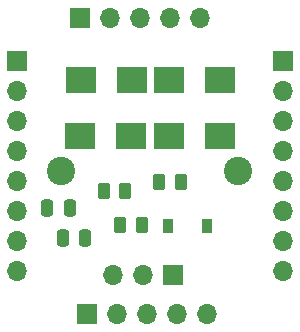
<source format=gts>
G04 #@! TF.GenerationSoftware,KiCad,Pcbnew,(6.0.11)*
G04 #@! TF.CreationDate,2023-12-04T17:04:48+01:00*
G04 #@! TF.ProjectId,PCB_Dongle_Linky,5043425f-446f-46e6-976c-655f4c696e6b,rev?*
G04 #@! TF.SameCoordinates,Original*
G04 #@! TF.FileFunction,Soldermask,Top*
G04 #@! TF.FilePolarity,Negative*
%FSLAX46Y46*%
G04 Gerber Fmt 4.6, Leading zero omitted, Abs format (unit mm)*
G04 Created by KiCad (PCBNEW (6.0.11)) date 2023-12-04 17:04:48*
%MOMM*%
%LPD*%
G01*
G04 APERTURE LIST*
G04 Aperture macros list*
%AMRoundRect*
0 Rectangle with rounded corners*
0 $1 Rounding radius*
0 $2 $3 $4 $5 $6 $7 $8 $9 X,Y pos of 4 corners*
0 Add a 4 corners polygon primitive as box body*
4,1,4,$2,$3,$4,$5,$6,$7,$8,$9,$2,$3,0*
0 Add four circle primitives for the rounded corners*
1,1,$1+$1,$2,$3*
1,1,$1+$1,$4,$5*
1,1,$1+$1,$6,$7*
1,1,$1+$1,$8,$9*
0 Add four rect primitives between the rounded corners*
20,1,$1+$1,$2,$3,$4,$5,0*
20,1,$1+$1,$4,$5,$6,$7,0*
20,1,$1+$1,$6,$7,$8,$9,0*
20,1,$1+$1,$8,$9,$2,$3,0*%
G04 Aperture macros list end*
%ADD10R,1.700000X1.700000*%
%ADD11O,1.700000X1.700000*%
%ADD12RoundRect,0.250000X0.262500X0.450000X-0.262500X0.450000X-0.262500X-0.450000X0.262500X-0.450000X0*%
%ADD13RoundRect,0.250000X0.250000X0.475000X-0.250000X0.475000X-0.250000X-0.475000X0.250000X-0.475000X0*%
%ADD14R,2.500000X2.300000*%
%ADD15RoundRect,0.250000X-0.250000X-0.475000X0.250000X-0.475000X0.250000X0.475000X-0.250000X0.475000X0*%
%ADD16C,2.400000*%
%ADD17R,0.900000X1.200000*%
G04 APERTURE END LIST*
D10*
G04 #@! TO.C,J0*
X25275000Y-104400000D03*
D11*
X27815000Y-104400000D03*
X30355000Y-104400000D03*
X32895000Y-104400000D03*
X35435000Y-104400000D03*
G04 #@! TD*
D12*
G04 #@! TO.C,R4*
X29162500Y-119000000D03*
X27337500Y-119000000D03*
G04 #@! TD*
D13*
G04 #@! TO.C,C2b0*
X25750000Y-123000000D03*
X23850000Y-123000000D03*
G04 #@! TD*
D14*
G04 #@! TO.C,D4*
X32850000Y-114350000D03*
X37150000Y-114350000D03*
G04 #@! TD*
G04 #@! TO.C,D1*
X25400000Y-109650000D03*
X29700000Y-109650000D03*
G04 #@! TD*
D10*
G04 #@! TO.C,J2*
X42520000Y-108000000D03*
D11*
X42520000Y-110540000D03*
X42520000Y-113080000D03*
X42520000Y-115620000D03*
X42520000Y-118160000D03*
X42520000Y-120700000D03*
X42520000Y-123240000D03*
X42520000Y-125780000D03*
G04 #@! TD*
D10*
G04 #@! TO.C,J1*
X20000000Y-108000000D03*
D11*
X20000000Y-110540000D03*
X20000000Y-113080000D03*
X20000000Y-115620000D03*
X20000000Y-118160000D03*
X20000000Y-120700000D03*
X20000000Y-123240000D03*
X20000000Y-125780000D03*
G04 #@! TD*
D10*
G04 #@! TO.C,J4*
X25925000Y-129450000D03*
D11*
X28465000Y-129450000D03*
X31005000Y-129450000D03*
X33545000Y-129450000D03*
X36085000Y-129450000D03*
G04 #@! TD*
D15*
G04 #@! TO.C,C2b1*
X22550000Y-120450000D03*
X24450000Y-120450000D03*
G04 #@! TD*
D14*
G04 #@! TO.C,D3*
X25350000Y-114350000D03*
X29650000Y-114350000D03*
G04 #@! TD*
D12*
G04 #@! TO.C,R5*
X33862500Y-118250000D03*
X32037500Y-118250000D03*
G04 #@! TD*
D16*
G04 #@! TO.C,C1*
X23700000Y-117350000D03*
X38700000Y-117350000D03*
G04 #@! TD*
D10*
G04 #@! TO.C,J3*
X33225000Y-126150000D03*
D11*
X30685000Y-126150000D03*
X28145000Y-126150000D03*
G04 #@! TD*
D12*
G04 #@! TO.C,R6*
X30562500Y-121950000D03*
X28737500Y-121950000D03*
G04 #@! TD*
D17*
G04 #@! TO.C,DZ1*
X32800000Y-122000000D03*
X36100000Y-122000000D03*
G04 #@! TD*
D14*
G04 #@! TO.C,D2*
X37150000Y-109650000D03*
X32850000Y-109650000D03*
G04 #@! TD*
M02*

</source>
